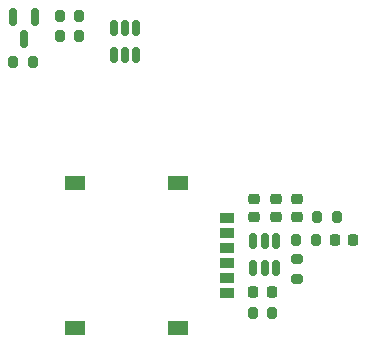
<source format=gbr>
%TF.GenerationSoftware,KiCad,Pcbnew,(6.0.2-0)*%
%TF.CreationDate,2022-10-29T16:02:38+01:00*%
%TF.ProjectId,p3-cellular-module,70332d63-656c-46c7-956c-61722d6d6f64,rev?*%
%TF.SameCoordinates,Original*%
%TF.FileFunction,Paste,Top*%
%TF.FilePolarity,Positive*%
%FSLAX46Y46*%
G04 Gerber Fmt 4.6, Leading zero omitted, Abs format (unit mm)*
G04 Created by KiCad (PCBNEW (6.0.2-0)) date 2022-10-29 16:02:38*
%MOMM*%
%LPD*%
G01*
G04 APERTURE LIST*
G04 Aperture macros list*
%AMRoundRect*
0 Rectangle with rounded corners*
0 $1 Rounding radius*
0 $2 $3 $4 $5 $6 $7 $8 $9 X,Y pos of 4 corners*
0 Add a 4 corners polygon primitive as box body*
4,1,4,$2,$3,$4,$5,$6,$7,$8,$9,$2,$3,0*
0 Add four circle primitives for the rounded corners*
1,1,$1+$1,$2,$3*
1,1,$1+$1,$4,$5*
1,1,$1+$1,$6,$7*
1,1,$1+$1,$8,$9*
0 Add four rect primitives between the rounded corners*
20,1,$1+$1,$2,$3,$4,$5,0*
20,1,$1+$1,$4,$5,$6,$7,0*
20,1,$1+$1,$6,$7,$8,$9,0*
20,1,$1+$1,$8,$9,$2,$3,0*%
G04 Aperture macros list end*
%ADD10RoundRect,0.200000X0.200000X0.275000X-0.200000X0.275000X-0.200000X-0.275000X0.200000X-0.275000X0*%
%ADD11RoundRect,0.200000X-0.275000X0.200000X-0.275000X-0.200000X0.275000X-0.200000X0.275000X0.200000X0*%
%ADD12R,1.200000X0.900000*%
%ADD13R,1.800000X1.300000*%
%ADD14RoundRect,0.225000X0.250000X-0.225000X0.250000X0.225000X-0.250000X0.225000X-0.250000X-0.225000X0*%
%ADD15RoundRect,0.225000X-0.225000X-0.250000X0.225000X-0.250000X0.225000X0.250000X-0.225000X0.250000X0*%
%ADD16RoundRect,0.150000X-0.150000X0.512500X-0.150000X-0.512500X0.150000X-0.512500X0.150000X0.512500X0*%
%ADD17RoundRect,0.200000X-0.200000X-0.275000X0.200000X-0.275000X0.200000X0.275000X-0.200000X0.275000X0*%
%ADD18RoundRect,0.150000X-0.150000X0.587500X-0.150000X-0.587500X0.150000X-0.587500X0.150000X0.587500X0*%
G04 APERTURE END LIST*
D10*
%TO.C,R7*%
X136325000Y-92350000D03*
X134675000Y-92350000D03*
%TD*%
D11*
%TO.C,R10*%
X154800000Y-111275000D03*
X154800000Y-112925000D03*
%TD*%
D12*
%TO.C,J2*%
X148845000Y-107775000D03*
X148845000Y-110315000D03*
X148845000Y-112855000D03*
X148845000Y-109045000D03*
X148845000Y-111585000D03*
X148845000Y-114125000D03*
D13*
X144745000Y-104800000D03*
X144745000Y-117100000D03*
X135945000Y-117100000D03*
X135945000Y-104800000D03*
%TD*%
D14*
%TO.C,C13*%
X151100000Y-107675000D03*
X151100000Y-106125000D03*
%TD*%
D15*
%TO.C,C16*%
X151075000Y-114000000D03*
X152625000Y-114000000D03*
%TD*%
%TO.C,C18*%
X157975000Y-109600000D03*
X159525000Y-109600000D03*
%TD*%
D16*
%TO.C,U3*%
X141150000Y-91712500D03*
X140200000Y-91712500D03*
X139250000Y-91712500D03*
X139250000Y-93987500D03*
X140200000Y-93987500D03*
X141150000Y-93987500D03*
%TD*%
D17*
%TO.C,R9*%
X151025000Y-115800000D03*
X152675000Y-115800000D03*
%TD*%
%TO.C,R8*%
X156475000Y-107700000D03*
X158125000Y-107700000D03*
%TD*%
%TO.C,R12*%
X154725000Y-109600000D03*
X156375000Y-109600000D03*
%TD*%
D10*
%TO.C,R6*%
X136325000Y-90650000D03*
X134675000Y-90650000D03*
%TD*%
D17*
%TO.C,R5*%
X130775000Y-94550000D03*
X132425000Y-94550000D03*
%TD*%
D14*
%TO.C,C15*%
X154800000Y-107675000D03*
X154800000Y-106125000D03*
%TD*%
D18*
%TO.C,Q1*%
X132600000Y-90762500D03*
X130700000Y-90762500D03*
X131650000Y-92637500D03*
%TD*%
D14*
%TO.C,C4*%
X153000000Y-107675000D03*
X153000000Y-106125000D03*
%TD*%
D16*
%TO.C,D4*%
X152995000Y-109762500D03*
X152045000Y-109762500D03*
X151095000Y-109762500D03*
X151095000Y-112037500D03*
X152045000Y-112037500D03*
X152995000Y-112037500D03*
%TD*%
M02*

</source>
